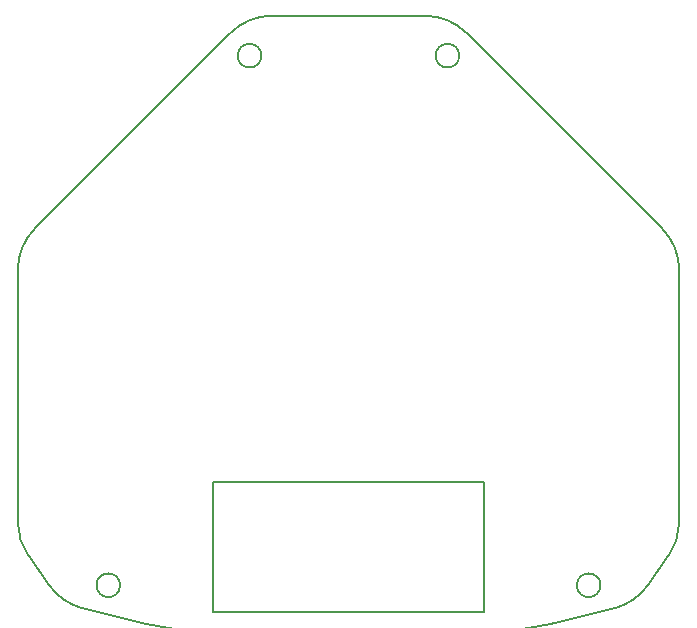
<source format=gm1>
G04 #@! TF.GenerationSoftware,KiCad,Pcbnew,(5.1.10)-1*
G04 #@! TF.CreationDate,2022-02-14T20:21:52+09:00*
G04 #@! TF.ProjectId,Integrated_Power_Board,496e7465-6772-4617-9465-645f506f7765,rev?*
G04 #@! TF.SameCoordinates,Original*
G04 #@! TF.FileFunction,Profile,NP*
%FSLAX46Y46*%
G04 Gerber Fmt 4.6, Leading zero omitted, Abs format (unit mm)*
G04 Created by KiCad (PCBNEW (5.1.10)-1) date 2022-02-14 20:21:52*
%MOMM*%
%LPD*%
G01*
G04 APERTURE LIST*
G04 #@! TA.AperFunction,Profile*
%ADD10C,0.150000*%
G04 #@! TD*
G04 #@! TA.AperFunction,Profile*
%ADD11C,0.200000*%
G04 #@! TD*
G04 APERTURE END LIST*
D10*
X158616870Y-75176935D02*
G75*
G03*
X158616870Y-75176935I-1000000J0D01*
G01*
X141861104Y-75176935D02*
G75*
G03*
X141861104Y-75176935I-1000000J0D01*
G01*
X170572974Y-120015000D02*
G75*
G03*
X170572974Y-120015000I-1000000J0D01*
G01*
X129905000Y-120015000D02*
G75*
G03*
X129905000Y-120015000I-1000000J0D01*
G01*
D11*
X155703453Y-71796333D02*
G75*
G02*
X159238987Y-73260799I0J-5000000D01*
G01*
X142774521Y-71796333D02*
X155703453Y-71796333D01*
X126610202Y-121928245D02*
G75*
G02*
X123905000Y-120015000I1371442J4808237D01*
G01*
X175774521Y-89796333D02*
G75*
G02*
X177238987Y-93331867I-3535534J-3535534D01*
G01*
X121238988Y-93331867D02*
G75*
G02*
X122703454Y-89796333I5000000J0D01*
G01*
X171867772Y-121928246D02*
G75*
G02*
X126610202Y-121928246I-22628785J79335919D01*
G01*
X177238987Y-114666051D02*
G75*
G02*
X176315630Y-117561043I-5000000J0D01*
G01*
X160738987Y-111266664D02*
X137738988Y-111266664D01*
X123905000Y-120015000D02*
X122162344Y-117561043D01*
X137738988Y-122266664D02*
X160738987Y-122266664D01*
X122703454Y-89796333D02*
X139238988Y-73260799D01*
X139238987Y-73260799D02*
G75*
G02*
X142774521Y-71796333I3535534J-3535534D01*
G01*
X159238987Y-73260799D02*
X175774520Y-89796333D01*
X176315630Y-117561043D02*
X174572974Y-120015000D01*
X177238987Y-93331867D02*
X177238987Y-114666051D01*
X160738987Y-122266664D02*
X160738987Y-111266664D01*
X121238988Y-114666051D02*
X121238988Y-93331867D01*
X122162345Y-117561043D02*
G75*
G02*
X121238988Y-114666051I4076643J2894992D01*
G01*
X174572974Y-120015000D02*
G75*
G02*
X171867772Y-121928246I-4076644J2894992D01*
G01*
X137738988Y-111266664D02*
X137738988Y-122266664D01*
M02*

</source>
